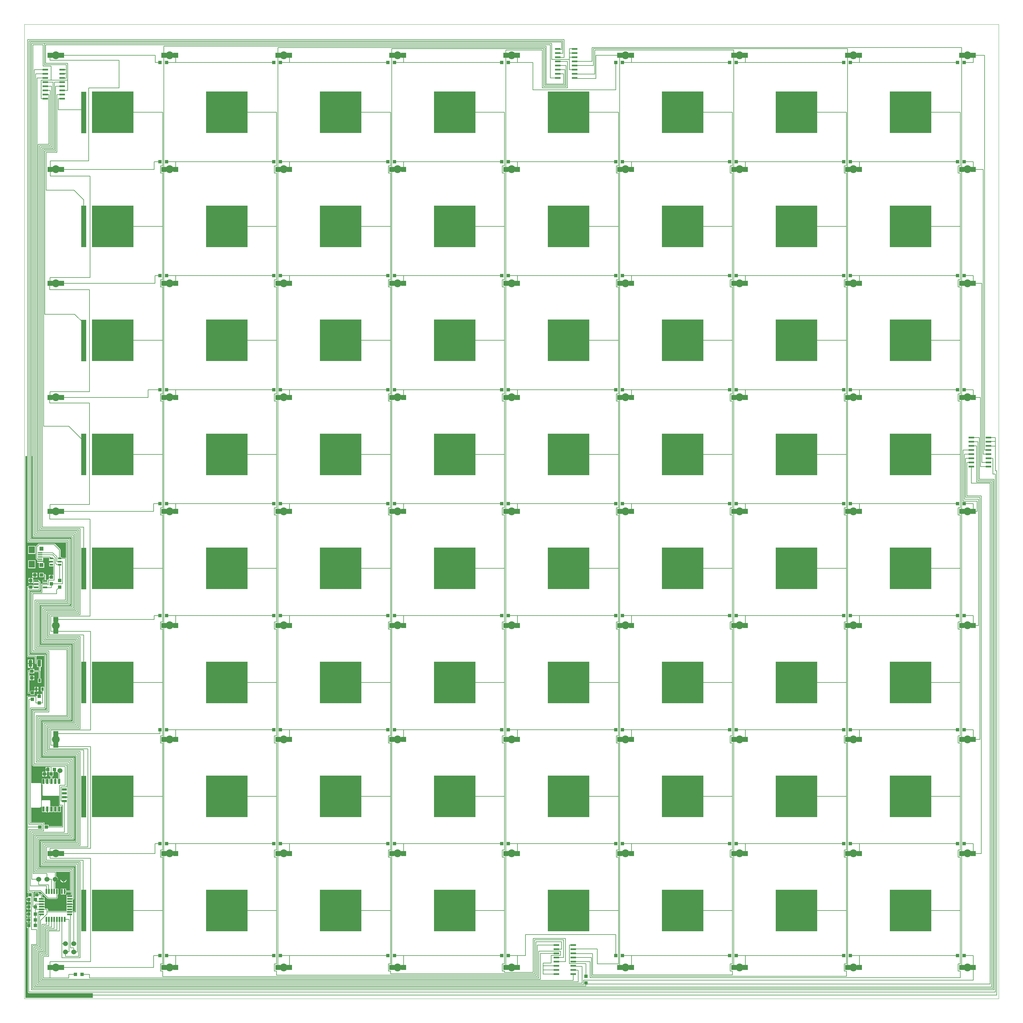
<source format=gbr>
%FSLAX35Y35*%
%MOIN*%
G04 EasyPC Gerber Version 18.0.9 Build 3640 *
%ADD82R,0.02165X0.05906*%
%ADD88R,0.02756X0.05906*%
%ADD90R,0.02800X0.03900*%
%ADD80R,0.04000X0.04000*%
%ADD76R,0.04400X0.08000*%
%ADD78R,0.05906X0.06299*%
%ADD77R,0.06250X0.50000*%
%ADD84R,0.05315X0.01575*%
%ADD79R,0.06700X0.02100*%
%ADD81R,0.05906X0.02165*%
%ADD87R,0.05200X0.02200*%
%ADD92R,0.04331X0.02362*%
%ADD89R,0.05906X0.02756*%
%ADD83R,0.07480X0.08465*%
%ADD86R,0.04000X0.04000*%
%ADD85R,0.05118X0.04724*%
%ADD91R,0.06299X0.05906*%
%ADD75R,0.50000X0.50000*%
%ADD26C,0.00100*%
%ADD93C,0.00800*%
%ADD74C,0.01000*%
%ADD27C,0.06000*%
%ADD28C,0.09400*%
X0Y0D02*
D02*
D26*
X230250Y696051D02*
Y42950D01*
X311450*
Y48500*
X234350*
G75*
G02X233200Y49650J1150*
G01*
Y127200*
X231599*
Y132700*
X236500*
Y133700*
X231300*
Y139799*
X236500*
Y140600*
X231300*
Y146700*
X236500*
Y149401*
X231300*
Y155500*
X236500*
Y158401*
X231398*
Y164500*
X233300*
Y169298*
X233050*
G75*
G02X231900Y170448J1150*
G01*
Y248606*
G75*
G02Y249094I1151J244*
G01*
Y406051*
G75*
G02X233050Y407201I1150*
G01*
X243150*
G75*
G02X244099Y406701J-1150*
G01*
Y409500*
X250000*
Y412551*
X248800*
Y417948*
X252700*
Y455198*
X243708*
G75*
G02X243800Y454748I-1058J-450*
G01*
Y447600*
X244202*
Y451200*
X250099*
Y441700*
X248557*
Y436850*
G75*
G02X248400Y436228I-1307*
G01*
Y428149*
X249398*
Y422752*
X245099*
Y428149*
X246100*
Y435700*
X240898*
Y434100*
X235398*
Y435700*
X235000*
Y411898*
X235898*
Y413500*
X241001*
Y418252*
X245898*
Y412252*
X241398*
Y408000*
X235898*
Y409598*
X233850*
G75*
G02X232700Y410748J1150*
G01*
Y436850*
G75*
G02X233850Y438000I1150*
G01*
X235398*
Y439600*
X240898*
Y438000*
X245943*
Y441700*
X244202*
Y445300*
X242650*
G75*
G02X241500Y446450J1150*
G01*
Y453598*
X233050*
G75*
G02X231900Y454748J1150*
G01*
Y538250*
G75*
G02X233050Y539400I1150*
G01*
X234001*
Y541000*
X239501*
Y539400*
X240001*
Y539500*
X239702*
Y543200*
X233702*
Y549299*
X239800*
Y543799*
X240001*
Y547240*
X246702*
Y546000*
X247150*
G75*
G02X248300Y544850J-1150*
G01*
Y534748*
G75*
G02X247150Y533598I-1150*
G01*
X235800*
Y457498*
X253850*
G75*
G02X255000Y456348J-1150*
G01*
Y392348*
G75*
G02X253850Y391198I-1150*
G01*
X237400*
Y302150*
G75*
G02X237450Y302151I51J-1099*
G01*
X248249*
G75*
G02X249349Y301051J-1100*
G01*
Y273350*
G75*
G02X248249Y272250I-1100*
G01*
X237450*
G75*
G02X237400Y272251I2J1100*
G01*
Y254800*
X252350*
G75*
G02X253500Y253650J-1150*
G01*
Y251600*
X258300*
Y250000*
X274300*
Y273898*
X273123*
Y266633*
X268867*
Y274039*
X271199*
G75*
G02X270600Y275048I551J1009*
G01*
Y286348*
X251749*
G75*
G02X250649Y287448J1100*
G01*
Y300098*
X249969*
Y307504*
X254225*
Y301950*
X254694*
Y307504*
X258950*
Y301950*
X259418*
Y307504*
X260237*
Y310000*
X258702*
Y315200*
X256501*
Y309700*
X250398*
Y315799*
X254398*
Y321299*
X260300*
Y321748*
G75*
G02X260411Y322241I1150J0*
G01*
X239450*
G75*
G02X238143Y323548J1307*
G01*
Y389148*
G75*
G02X239450Y390456I1307*
G01*
X255743*
Y458241*
X237850*
G75*
G02X236543Y459548J1307*
G01*
Y531548*
G75*
G02X237850Y532856I1307*
G01*
X249043*
Y541248*
G75*
G02X250350Y542556I1307*
G01*
X256843*
Y543539*
X250800*
Y547240*
X252700*
Y551700*
X252300*
Y550100*
X246800*
Y555600*
X252300*
Y554000*
X253850*
G75*
G02X255000Y552850J-1150*
G01*
Y547240*
X257108*
G75*
G02X258150Y547757I1042J-790*
G01*
X258501*
Y553200*
X263843*
Y563216*
X258835*
Y566657*
X258536*
Y571120*
X258835*
Y573300*
X251556*
Y571169*
X251859*
Y567720*
X253131*
Y561496*
X246513*
Y567496*
X244442*
Y570669*
G75*
G02X243983Y570967I466J1222*
G01*
X243026Y571924*
G75*
G02X242643Y572848I924J925*
G01*
Y586748*
G75*
G02X243026Y587673I1307J0*
G01*
X245626Y590273*
G75*
G02X246550Y590656I925J-924*
G01*
X265150*
G75*
G02X266074Y590273I0J-1307*
G01*
X272374Y583973*
G75*
G02X272757Y583048I-924J-925*
G01*
Y574559*
X274509*
Y573779*
X278650*
G75*
G02X279100Y573687J-1150*
G01*
Y591700*
X233050*
G75*
G02X231900Y592850J1150*
G01*
Y696051*
X230250*
X233001Y440897D02*
Y451000D01*
X239501*
Y440897*
X233001*
X233520Y560905D02*
Y570870D01*
X242501*
Y560905*
X233520*
Y578031D02*
Y587996D01*
X242501*
Y578031*
X233520*
X235099Y431901D02*
X241202D01*
Y425799*
X235099*
Y431901*
X244599Y555901D02*
Y549799D01*
X238501*
Y555901*
X244599*
X249969Y272851D02*
G75*
G02X249850Y273350I980J499D01*
G01*
Y280350*
G75*
G02X250950Y281450I1100*
G01*
X259351*
G75*
G02X260451Y280350J-1100*
G01*
Y274039*
X263674*
Y266633*
X259418*
Y272252*
G75*
G02X259351Y272250I-66J1098*
G01*
X259249*
Y266332*
X254391*
Y272250*
X254225*
Y266633*
X249969*
Y272851*
X268398Y274039D02*
Y266633D01*
X264143*
Y274039*
X268398*
X230250Y445948D02*
G36*
Y42950D01*
X311450*
Y48500*
X234350*
G75*
G02X233200Y49650J1150*
G01*
Y127200*
X231599*
Y132700*
X236500*
Y133700*
X231300*
Y139799*
X236500*
Y140600*
X231300*
Y146700*
X236500*
Y149401*
X231300*
Y155500*
X236500*
Y158401*
X231398*
Y164500*
X233300*
Y169298*
X233050*
G75*
G02X231900Y170448J1150*
G01*
Y248606*
G75*
G02Y249094I1151J244*
G01*
Y406051*
G75*
G02X233050Y407201I1150*
G01*
X243150*
G75*
G02X244099Y406701J-1150*
G01*
Y409500*
X250000*
Y412551*
X248800*
Y417948*
X252700*
Y455198*
X243708*
G75*
G02X243800Y454748I-1058J-450*
G01*
Y447600*
X244202*
Y451200*
X250099*
Y441700*
X248557*
Y436850*
G75*
G02X248400Y436228I-1307*
G01*
Y428149*
X249398*
Y422752*
X245099*
Y428149*
X246100*
Y428850*
X241202*
Y425799*
X235099*
Y428850*
X235000*
Y411898*
X235898*
Y413500*
X241001*
Y418252*
X245898*
Y412252*
X241398*
Y408000*
X235898*
Y409598*
X233850*
G75*
G02X232700Y410748J1150*
G01*
Y436850*
G75*
G02X233850Y438000I1150*
G01*
X235398*
Y439600*
X240898*
Y438000*
X245943*
Y441700*
X244202*
Y445300*
X242650*
G75*
G02X241615Y445948J1150*
G01*
X239501*
Y440897*
X233001*
Y445948*
X230250*
G37*
X233001D02*
G36*
Y451000D01*
X239501*
Y445948*
X241615*
G75*
G02X241500Y446450I1035J501*
G01*
Y453598*
X233050*
G75*
G02X231900Y454748J1150*
G01*
Y538250*
G75*
G02X233050Y539400I1150*
G01*
X234001*
Y541000*
X239501*
Y539400*
X240001*
Y539500*
X239702*
Y543200*
X233702*
Y549299*
X239800*
Y543799*
X240001*
Y547240*
X246702*
Y546000*
X247150*
G75*
G02X248300Y544850J-1150*
G01*
Y534748*
G75*
G02X247150Y533598I-1150*
G01*
X235800*
Y457498*
X253850*
G75*
G02X255000Y456348J-1150*
G01*
Y392348*
G75*
G02X253850Y391198I-1150*
G01*
X237400*
Y302150*
G75*
G02X237450Y302151I51J-1099*
G01*
X248249*
G75*
G02X249349Y301051J-1100*
G01*
Y273891*
X249850*
Y280350*
G75*
G02X250950Y281450I1100*
G01*
X259351*
G75*
G02X260451Y280350J-1100*
G01*
Y274039*
X263674*
Y273891*
X264143*
Y274039*
X268398*
Y273891*
X268867*
Y274039*
X271199*
G75*
G02X270600Y275048I551J1009*
G01*
Y286348*
X251749*
G75*
G02X250649Y287448J1100*
G01*
Y300098*
X249969*
Y307504*
X254225*
Y301950*
X254694*
Y307504*
X258950*
Y301950*
X259418*
Y307504*
X260237*
Y310000*
X258702*
Y315200*
X256501*
Y309700*
X250398*
Y315799*
X254398*
Y321299*
X260300*
Y321748*
G75*
G02X260411Y322241I1150J0*
G01*
X239450*
G75*
G02X238143Y323548J1307*
G01*
Y389148*
G75*
G02X239450Y390456I1307*
G01*
X255743*
Y458241*
X237850*
G75*
G02X236543Y459548J1307*
G01*
Y531548*
G75*
G02X237850Y532856I1307*
G01*
X249043*
Y541248*
G75*
G02X250350Y542556I1307*
G01*
X256843*
Y543539*
X250800*
Y547240*
X252700*
Y551700*
X252300*
Y550100*
X246800*
Y552850*
X244599*
Y549799*
X238501*
Y552850*
X230250*
Y445948*
X233001*
G37*
X230250Y565887D02*
G36*
Y552850D01*
X238501*
Y555901*
X244599*
Y552850*
X246800*
Y555600*
X252300*
Y554000*
X253850*
G75*
G02X255000Y552850J-1150*
G01*
Y547240*
X257108*
G75*
G02X258150Y547757I1042J-790*
G01*
X258501*
Y553200*
X263843*
Y563216*
X258835*
Y566657*
X258536*
Y571120*
X258835*
Y573300*
X251556*
Y571169*
X251859*
Y567720*
X253131*
Y561496*
X246513*
Y565887*
X242501*
Y560905*
X233520*
Y565887*
X230250*
G37*
X233520D02*
G36*
Y570870D01*
X242501*
Y565887*
X246513*
Y567496*
X244442*
Y570669*
G75*
G02X243983Y570967I466J1222*
G01*
X243026Y571924*
G75*
G02X242643Y572848I924J925*
G01*
Y583013*
X242501*
Y578031*
X233520*
Y583013*
X230250*
Y565887*
X233520*
G37*
Y583013D02*
G36*
Y587996D01*
X242501*
Y583013*
X242643*
Y586748*
G75*
G02X243026Y587673I1307J0*
G01*
X245626Y590273*
G75*
G02X246550Y590656I925J-924*
G01*
X265150*
G75*
G02X266074Y590273I0J-1307*
G01*
X272374Y583973*
G75*
G02X272757Y583048I-924J-925*
G01*
Y574559*
X274509*
Y573779*
X278650*
G75*
G02X279100Y573687J-1150*
G01*
Y591700*
X233050*
G75*
G02X231900Y592850J1150*
G01*
Y696051*
X230250*
Y583013*
X233520*
G37*
X235099Y428850D02*
G36*
Y431901D01*
X241202*
Y428850*
X246100*
Y435700*
X240898*
Y434100*
X235398*
Y435700*
X235000*
Y428850*
X235099*
G37*
X249349Y273891D02*
G36*
Y273350D01*
G75*
G02X248249Y272250I-1100*
G01*
X237450*
G75*
G02X237400Y272251I2J1100*
G01*
Y254800*
X252350*
G75*
G02X253500Y253650J-1150*
G01*
Y251600*
X258300*
Y250000*
X274300*
Y273898*
X273123*
Y266633*
X268867*
Y273891*
X268398*
Y266633*
X264143*
Y273891*
X263674*
Y266633*
X259418*
Y272252*
G75*
G02X259351Y272250I-66J1098*
G01*
X259249*
Y266332*
X254391*
Y272250*
X254225*
Y266633*
X249969*
Y272851*
G75*
G02X249850Y273350I980J499*
G01*
Y273891*
X249349*
G37*
X237400Y696051D02*
Y597200D01*
X283450*
G75*
G02X284600Y596050J-1150*
G01*
Y517650*
G75*
G02X283450Y516500I-1150*
G01*
X247800*
Y468698*
X285050*
G75*
G02X286200Y467548J-1150*
G01*
Y378450*
G75*
G02X285050Y377300I-1150*
G01*
X249400*
Y333198*
X288250*
G75*
G02X289400Y332048J-1150*
G01*
Y234450*
G75*
G02X288250Y233300I-1150*
G01*
X247100*
Y200400*
X287950*
G75*
G02X289100Y199250J-1150*
G01*
Y162153*
G75*
G02X287950Y161003I-1150*
G01*
X287280*
Y157988*
X287583*
Y153720*
X287280*
Y147555*
X288106*
G75*
G02X288594I244J-1151*
G01*
X290000*
Y201300*
X249150*
G75*
G02X248000Y202450J1150*
G01*
Y231250*
G75*
G02X249150Y232400I1150*
G01*
X290300*
Y334098*
X251450*
G75*
G02X250300Y335248J1150*
G01*
Y375250*
G75*
G02X251450Y376400I1150*
G01*
X287100*
Y469598*
X249850*
G75*
G02X248700Y470748J1150*
G01*
Y514450*
G75*
G02X249850Y515600I1150*
G01*
X285500*
Y598100*
X239450*
G75*
G02X238300Y599250J1150*
G01*
Y696051*
X237400*
G36*
Y597200*
X283450*
G75*
G02X284600Y596050J-1150*
G01*
Y517650*
G75*
G02X283450Y516500I-1150*
G01*
X247800*
Y468698*
X285050*
G75*
G02X286200Y467548J-1150*
G01*
Y378450*
G75*
G02X285050Y377300I-1150*
G01*
X249400*
Y333198*
X288250*
G75*
G02X289400Y332048J-1150*
G01*
Y234450*
G75*
G02X288250Y233300I-1150*
G01*
X247100*
Y200400*
X287950*
G75*
G02X289100Y199250J-1150*
G01*
Y162153*
G75*
G02X287950Y161003I-1150*
G01*
X287280*
Y157988*
X287583*
Y153720*
X287280*
Y147555*
X288106*
G75*
G02X288594I244J-1151*
G01*
X290000*
Y201300*
X249150*
G75*
G02X248000Y202450J1150*
G01*
Y231250*
G75*
G02X249150Y232400I1150*
G01*
X290300*
Y334098*
X251450*
G75*
G02X250300Y335248J1150*
G01*
Y375250*
G75*
G02X251450Y376400I1150*
G01*
X287100*
Y469598*
X249850*
G75*
G02X248700Y470748J1150*
G01*
Y514450*
G75*
G02X249850Y515600I1150*
G01*
X285500*
Y598100*
X239450*
G75*
G02X238300Y599250J1150*
G01*
Y696051*
X237400*
G37*
X240409Y170900D02*
G75*
G02X240501Y170448I-1057J-452D01*
G01*
Y164500*
X241300*
Y170000*
X246800*
Y168400*
X249721*
G75*
G02X250871Y167250J-1150*
G01*
Y163986*
X253422*
Y161137*
X253725*
Y156870*
X253422*
Y154838*
X253725*
Y150705*
X256450*
G75*
G02X257600Y149555J-1150*
G01*
Y147713*
X279875*
Y153720*
X279576*
Y157988*
X279875*
Y167135*
X285200*
Y170150*
G75*
G02X284750Y170058I-450J1058*
G01*
X279505*
Y167506*
X272690*
Y174911*
X279505*
Y172358*
X283600*
Y194900*
X267308*
G75*
G02X267400Y194450I-1058J-450*
G01*
Y189219*
G75*
G02X266225Y181900I-1150J-3569*
G01*
Y174911*
X270056*
Y167506*
X269375*
Y163250*
G75*
G02X268225Y162100I-1150*
G01*
X257550*
G75*
G02X256737Y162437I0J1150*
G01*
X248274Y170900*
X240409*
X272200Y185650D02*
G75*
G02X280300I4050D01*
G01*
G75*
G02X272200I-4050*
G01*
X270000D02*
G36*
G75*
G02X266225Y181900I-3750D01*
G01*
Y174911*
X270056*
Y167506*
X269375*
Y163250*
G75*
G02X268225Y162100I-1150*
G01*
X257550*
G75*
G02X256737Y162437I0J1150*
G01*
X248274Y170900*
X240409*
G75*
G02X240501Y170448I-1057J-452*
G01*
Y164500*
X241300*
Y170000*
X246800*
Y168400*
X249721*
G75*
G02X250871Y167250J-1150*
G01*
Y163986*
X253422*
Y161137*
X253725*
Y156870*
X253422*
Y154838*
X253725*
Y150705*
X256450*
G75*
G02X257600Y149555J-1150*
G01*
Y147713*
X279875*
Y153720*
X279576*
Y157988*
X279875*
Y167135*
X285200*
Y170150*
G75*
G02X284750Y170058I-450J1058*
G01*
X279505*
Y167506*
X272690*
Y174911*
X279505*
Y172358*
X283600*
Y185650*
X280300*
G75*
G02X272200I-4050*
G01*
X270000*
G37*
X272200D02*
G36*
G75*
G02X280300I4050D01*
G01*
X283600*
Y194900*
X267308*
G75*
G02X267400Y194450I-1058J-450*
G01*
Y189219*
G75*
G02X270000Y185650I-1150J-3569*
G01*
X272200*
G37*
X262852Y307504D02*
X263674D01*
Y301950*
X263839*
Y307803*
X268698*
Y301950*
X268867*
Y307504*
X269843*
Y313546*
G75*
G02X268491Y315200I2107J3102*
G01*
X264202*
Y310000*
X262852*
Y307504*
G36*
X263674*
Y301950*
X263839*
Y307803*
X268698*
Y301950*
X268867*
Y307504*
X269843*
Y313546*
G75*
G02X268491Y315200I2107J3102*
G01*
X264202*
Y310000*
X262852*
Y307504*
G37*
X1404550Y41850D02*
Y1216850D01*
X229150*
Y41850*
X1404550*
D02*
D27*
X246250Y185650D03*
X256250D03*
X266250D03*
X271950Y316648D03*
X276250Y185650D03*
X278850Y98050D03*
Y108050D03*
X288850Y98050D03*
Y108050D03*
D02*
D28*
X266989Y354377D03*
Y491878D03*
X267013Y79421D03*
Y216921D03*
Y629421D03*
Y766921D03*
Y904421D03*
Y1041921D03*
Y1179421D03*
X404513Y79421D03*
Y216921D03*
Y354421D03*
Y491921D03*
Y629421D03*
Y766921D03*
Y904421D03*
Y1041921D03*
Y1179421D03*
X542013Y79421D03*
Y216921D03*
Y354421D03*
Y491921D03*
Y629421D03*
Y766921D03*
Y904421D03*
Y1041921D03*
Y1179421D03*
X679513Y79421D03*
Y216921D03*
Y354421D03*
Y491921D03*
Y629421D03*
Y766921D03*
Y904421D03*
Y1041921D03*
Y1179421D03*
X817013Y79421D03*
Y216921D03*
Y354421D03*
Y491921D03*
Y629421D03*
Y766921D03*
Y904421D03*
Y1041921D03*
Y1179421D03*
X954513Y79421D03*
Y216921D03*
Y354421D03*
Y491921D03*
Y629421D03*
Y766921D03*
Y904421D03*
Y1041921D03*
Y1179421D03*
X1092013Y79421D03*
Y216921D03*
Y354421D03*
Y491921D03*
Y629421D03*
Y766921D03*
Y904421D03*
Y1041921D03*
Y1179421D03*
X1229513Y79421D03*
Y216921D03*
Y354421D03*
Y491921D03*
Y629421D03*
Y766921D03*
Y904421D03*
Y1041921D03*
Y1179421D03*
X1367013Y79421D03*
Y216921D03*
Y354421D03*
Y491921D03*
Y629421D03*
Y766921D03*
Y904421D03*
Y1041921D03*
Y1179421D03*
D02*
D74*
X232850Y136750D02*
X230851D01*
X232850Y143650D02*
X230851D01*
X232850Y152450D02*
X230851D01*
X232950Y161450D02*
X230950D01*
X234350Y135250D02*
Y133252D01*
Y145150D02*
Y147149D01*
Y150950D02*
Y148948D01*
Y153950D02*
Y155948D01*
X234450Y159950D02*
Y157948D01*
X234550Y445948D02*
X232550D01*
X235250Y546250D02*
X233249D01*
X236250Y442448D02*
Y440448D01*
Y449448D02*
Y451448D01*
X236750Y544750D02*
Y542752D01*
Y547750D02*
Y549752D01*
X237950Y445948D02*
X239950D01*
X238150Y427350D02*
Y425350D01*
Y430350D02*
Y432350D01*
X239650Y428850D02*
X241650D01*
X240050Y552850D02*
X238050D01*
X241251Y541650D02*
X239251D01*
X241550Y551350D02*
Y549350D01*
Y554350D02*
Y556350D01*
X242550Y415250D02*
X240550D01*
X243050Y552850D02*
X245050D01*
X243450Y413800D02*
Y411799D01*
Y416700D02*
Y418700D01*
X244350Y415250D02*
X246351D01*
X245993Y569332D02*
X243993D01*
X247150Y407950D02*
Y409948D01*
X250307Y569332D02*
X252308D01*
X251950Y312750D02*
X249950D01*
X252174Y152704D02*
X254174D01*
X252174Y159004D02*
X254174D01*
X253450Y311250D02*
Y309252D01*
Y314250D02*
Y316252D01*
X254950Y312750D02*
X256950D01*
X255950Y318250D02*
X253950D01*
X256820Y267882D02*
Y265881D01*
X257450Y316750D02*
Y314752D01*
Y319750D02*
Y321752D01*
X260050Y550150D02*
X258050D01*
X260085Y568889D02*
X258083D01*
X261550Y551650D02*
Y553649D01*
X265450Y316750D02*
Y314752D01*
X266269Y306252D02*
Y308252D01*
X273750Y185650D02*
X271750D01*
X276250Y183150D02*
Y181150D01*
Y188150D02*
Y190150D01*
X278750Y185650D02*
X280750D01*
X281126Y155854D02*
X279127D01*
X286032D02*
X288032D01*
D02*
D75*
X335800Y148100D03*
Y285600D03*
Y423100D03*
Y560600D03*
Y698100D03*
Y835600D03*
Y973100D03*
Y1110600D03*
X473300Y148100D03*
Y285600D03*
Y423100D03*
Y560600D03*
Y698100D03*
Y835600D03*
Y973100D03*
Y1110600D03*
X610800Y148100D03*
Y285600D03*
Y423100D03*
Y560600D03*
Y698100D03*
Y835600D03*
Y973100D03*
Y1110600D03*
X748300Y148100D03*
Y285600D03*
Y423100D03*
Y560600D03*
Y698100D03*
Y835600D03*
Y973100D03*
Y1110600D03*
X885800Y148100D03*
Y285600D03*
Y423100D03*
Y560600D03*
Y698100D03*
Y835600D03*
Y973100D03*
Y1110600D03*
X1023300Y148100D03*
Y285600D03*
Y423100D03*
Y560600D03*
Y698100D03*
Y835600D03*
Y973100D03*
Y1110600D03*
X1160800Y148100D03*
Y285600D03*
Y423100D03*
Y560600D03*
Y698100D03*
Y835600D03*
Y973100D03*
Y1110600D03*
X1298300Y148100D03*
Y285600D03*
Y423100D03*
Y560600D03*
Y698100D03*
Y835600D03*
Y973100D03*
Y1110600D03*
D02*
D76*
X236250Y445948D03*
X247150Y446450D03*
D02*
D77*
X300750Y148050D03*
Y285550D03*
Y423050D03*
Y560550D03*
Y698050D03*
Y835550D03*
Y973050D03*
Y1110550D03*
D02*
D78*
X259983Y79360D03*
Y216860D03*
Y629360D03*
Y766860D03*
Y904360D03*
Y1041860D03*
Y1179360D03*
X274156Y79360D03*
Y216860D03*
Y629360D03*
Y766860D03*
Y904360D03*
Y1041860D03*
Y1179360D03*
X397483Y79360D03*
Y216860D03*
Y354360D03*
Y491860D03*
Y629360D03*
Y766860D03*
Y904360D03*
Y1041860D03*
Y1179360D03*
X411656Y79360D03*
Y216860D03*
Y354360D03*
Y491860D03*
Y629360D03*
Y766860D03*
Y904360D03*
Y1041860D03*
Y1179360D03*
X534983Y79360D03*
Y216860D03*
Y354360D03*
Y491860D03*
Y629360D03*
Y766860D03*
Y904360D03*
Y1041860D03*
Y1179360D03*
X549156Y79360D03*
Y216860D03*
Y354360D03*
Y491860D03*
Y629360D03*
Y766860D03*
Y904360D03*
Y1041860D03*
Y1179360D03*
X672483Y79360D03*
Y216860D03*
Y354360D03*
Y491860D03*
Y629360D03*
Y766860D03*
Y904360D03*
Y1041860D03*
Y1179360D03*
X686656Y79360D03*
Y216860D03*
Y354360D03*
Y491860D03*
Y629360D03*
Y766860D03*
Y904360D03*
Y1041860D03*
Y1179360D03*
X809983Y79360D03*
Y216860D03*
Y354360D03*
Y491860D03*
Y629360D03*
Y766860D03*
Y904360D03*
Y1041860D03*
Y1179360D03*
X824156Y79360D03*
Y216860D03*
Y354360D03*
Y491860D03*
Y629360D03*
Y766860D03*
Y904360D03*
Y1041860D03*
Y1179360D03*
X947483Y79360D03*
Y216860D03*
Y354360D03*
Y491860D03*
Y629360D03*
Y766860D03*
Y904360D03*
Y1041860D03*
Y1179360D03*
X961656Y79360D03*
Y216860D03*
Y354360D03*
Y491860D03*
Y629360D03*
Y766860D03*
Y904360D03*
Y1041860D03*
Y1179360D03*
X1084983Y79360D03*
Y216860D03*
Y354360D03*
Y491860D03*
Y629360D03*
Y766860D03*
Y904360D03*
Y1041860D03*
Y1179360D03*
X1099156Y79360D03*
Y216860D03*
Y354360D03*
Y491860D03*
Y629360D03*
Y766860D03*
Y904360D03*
Y1041860D03*
Y1179360D03*
X1222483Y79360D03*
Y216860D03*
Y354360D03*
Y491860D03*
Y629360D03*
Y766860D03*
Y904360D03*
Y1041860D03*
Y1179360D03*
X1236656Y79360D03*
Y216860D03*
Y354360D03*
Y491860D03*
Y629360D03*
Y766860D03*
Y904360D03*
Y1041860D03*
Y1179360D03*
X1359983Y79360D03*
Y216860D03*
Y354360D03*
Y491860D03*
Y629360D03*
Y766860D03*
Y904360D03*
Y1041860D03*
Y1179360D03*
X1374156Y79360D03*
Y216860D03*
Y354360D03*
Y491860D03*
Y629360D03*
Y766860D03*
Y904360D03*
Y1041860D03*
Y1179360D03*
D02*
D79*
X254250Y1127208D03*
Y1132208D03*
Y1137208D03*
Y1142208D03*
Y1147208D03*
Y1152208D03*
Y1157208D03*
Y1162208D03*
X274650Y1127208D03*
Y1132208D03*
Y1137208D03*
Y1142208D03*
Y1147208D03*
Y1152208D03*
Y1157208D03*
Y1162208D03*
X871050Y71379D03*
Y76379D03*
Y81379D03*
Y86379D03*
Y91379D03*
Y96379D03*
Y101379D03*
Y106379D03*
X872650Y1152179D03*
Y1157179D03*
Y1162179D03*
Y1167179D03*
Y1172179D03*
Y1177179D03*
Y1182179D03*
Y1187179D03*
X891450Y71379D03*
Y76379D03*
Y81379D03*
Y86379D03*
Y91379D03*
Y96379D03*
Y101379D03*
Y106379D03*
X893050Y1152179D03*
Y1157179D03*
Y1162179D03*
Y1167179D03*
Y1172179D03*
Y1177179D03*
Y1182179D03*
Y1187179D03*
X1371850Y683379D03*
Y688379D03*
Y693379D03*
Y698379D03*
Y703379D03*
Y708379D03*
Y713379D03*
Y718379D03*
X1392250Y683379D03*
Y688379D03*
Y693379D03*
Y698379D03*
Y703379D03*
Y708379D03*
Y713379D03*
Y718379D03*
D02*
D80*
X234350Y129950D03*
Y136750D03*
Y143650D03*
Y152450D03*
X234450Y161450D03*
X236050Y167250D03*
X241550Y552850D03*
X242350Y129950D03*
Y136750D03*
Y143650D03*
Y152450D03*
X242450Y161450D03*
X244050Y167250D03*
X247550Y248850D03*
X249550Y552850D03*
X253450Y312750D03*
X255550Y248850D03*
X257450Y318250D03*
X261450Y312750D03*
X265450Y318250D03*
X290650Y71050D03*
X298650D03*
X392650Y93660D03*
Y228660D03*
Y366160D03*
Y503660D03*
Y638660D03*
Y776160D03*
Y913660D03*
Y1051160D03*
Y1170660D03*
X400650Y93660D03*
Y228660D03*
Y366160D03*
Y503660D03*
Y638660D03*
Y776160D03*
Y913660D03*
Y1051160D03*
Y1170660D03*
X530150Y93660D03*
Y228660D03*
Y366160D03*
Y503660D03*
Y638660D03*
Y776160D03*
Y913660D03*
Y1051160D03*
Y1170660D03*
X538150Y93660D03*
Y228660D03*
Y366160D03*
Y503660D03*
Y638660D03*
Y776160D03*
Y913660D03*
Y1051160D03*
Y1170660D03*
X667650Y93660D03*
Y228660D03*
Y366160D03*
Y503660D03*
Y638660D03*
Y776160D03*
Y913660D03*
Y1051160D03*
Y1170660D03*
X675650Y93660D03*
Y228660D03*
Y366160D03*
Y503660D03*
Y638660D03*
Y776160D03*
Y913660D03*
Y1051160D03*
Y1170660D03*
X805183Y93660D03*
Y228660D03*
Y366160D03*
Y503660D03*
Y638660D03*
Y776160D03*
Y913660D03*
Y1051160D03*
Y1170660D03*
X813183Y93660D03*
Y228660D03*
Y366160D03*
Y503660D03*
Y638660D03*
Y776160D03*
Y913660D03*
Y1051160D03*
Y1170660D03*
X942650Y93660D03*
Y228660D03*
Y366160D03*
Y503660D03*
Y638660D03*
Y776160D03*
Y913660D03*
Y1051160D03*
Y1170660D03*
X950650Y93660D03*
Y228660D03*
Y366160D03*
Y503660D03*
Y638660D03*
Y776160D03*
Y913660D03*
Y1051160D03*
Y1170660D03*
X1080150Y93660D03*
Y228660D03*
Y366160D03*
Y503660D03*
Y638660D03*
Y776160D03*
Y913660D03*
Y1051160D03*
Y1170660D03*
X1088150Y93660D03*
Y228660D03*
Y366160D03*
Y503660D03*
Y638660D03*
Y776160D03*
Y913660D03*
Y1051160D03*
Y1170660D03*
X1217650Y93660D03*
Y228660D03*
Y366160D03*
Y503660D03*
Y638660D03*
Y776160D03*
Y913660D03*
Y1051160D03*
Y1170660D03*
X1225650Y93660D03*
Y228660D03*
Y366160D03*
Y503660D03*
Y638660D03*
Y776160D03*
Y913660D03*
Y1051160D03*
Y1170660D03*
X1355150Y93660D03*
Y228660D03*
Y366160D03*
Y503660D03*
Y638660D03*
Y776160D03*
Y913660D03*
Y1051160D03*
Y1170660D03*
X1363150Y93660D03*
Y228660D03*
Y366160D03*
Y503660D03*
Y638660D03*
Y776160D03*
Y913660D03*
Y1051160D03*
Y1170660D03*
D02*
D81*
X249721Y143256D03*
Y146405D03*
Y149555D03*
Y152704D03*
Y155854D03*
Y159004D03*
Y162153D03*
X283579Y143256D03*
Y146405D03*
Y149555D03*
Y152704D03*
Y155854D03*
Y159004D03*
Y162153D03*
Y165303D03*
D02*
D82*
X255626Y137350D03*
Y171208D03*
X258776Y137350D03*
Y171208D03*
X261926Y137350D03*
Y171208D03*
X265075Y137350D03*
Y171208D03*
X268225Y137350D03*
Y171208D03*
X271374Y137350D03*
X274524D03*
Y171208D03*
X277674Y137350D03*
Y171208D03*
D02*
D83*
X238012Y565887D03*
Y583013D03*
D02*
D84*
X248150Y569332D03*
Y571891D03*
Y574450D03*
Y577009D03*
Y579568D03*
D02*
D85*
X249823Y564607D03*
Y584293D03*
D02*
D86*
X236750Y538250D03*
Y546250D03*
X238150Y428850D03*
Y436850D03*
X238650Y402748D03*
Y410748D03*
X247150Y398450D03*
Y406450D03*
X261550Y542150D03*
Y550150D03*
X271550Y538150D03*
Y546150D03*
X906850Y60879D03*
Y68879D03*
D02*
D87*
X243351Y537910D03*
Y541650D03*
Y545390D03*
X254149Y537910D03*
Y545390D03*
D02*
D88*
X252096Y270335D03*
Y303800D03*
X256820Y270335D03*
Y303800D03*
X261544Y270335D03*
Y303800D03*
X266269Y270335D03*
Y303800D03*
X270993Y270335D03*
Y303800D03*
D02*
D89*
X277489Y279981D03*
Y284705D03*
Y289430D03*
Y294154D03*
D02*
D90*
X243450Y415250D03*
X247250Y425450D03*
X250950Y415250D03*
D02*
D91*
X267050Y347347D03*
Y361520D03*
Y484848D03*
Y499022D03*
D02*
D92*
X261750Y565148D03*
Y568889D03*
Y572629D03*
X271593Y565148D03*
Y568889D03*
Y572629D03*
D02*
D93*
X231450Y161450D02*
Y322821D01*
Y407548*
Y445948*
X236250*
X231450Y407548D02*
X243450D01*
Y415250*
X231450Y541548D02*
Y541650D01*
X243351*
X231450Y546250D02*
Y541548D01*
X233050Y248850D02*
Y406050D01*
X243150*
Y398450*
X247150*
X234350Y129950D02*
Y49650D01*
X1400750*
Y674450*
X1397550*
Y693379*
X1392250*
X234350Y136750D02*
Y143650D01*
Y152450*
Y155950*
X231450*
Y161450*
X234450D02*
X231450D01*
X236250Y445948D02*
X231450D01*
Y541548*
X236750Y538250D02*
X243351D01*
Y537910*
X236750Y546250D02*
X231450D01*
X238150Y436850D02*
X247250D01*
X238650Y410748D02*
X233850D01*
Y436850*
X238150*
X241550Y552850D02*
X245050D01*
X242350Y136750D02*
Y129950D01*
Y136750D02*
Y143650D01*
Y152450*
X239350*
Y170450*
X233050*
Y248850*
X242350Y152450D02*
Y149555D01*
X249721*
X242450Y161450D02*
Y159004D01*
X249721*
X243450Y415250D02*
Y428850D01*
X238150*
X243450Y415250D02*
X247150D01*
Y406450*
X244150Y263150D02*
X256820D01*
Y270335*
X245050Y552850D02*
Y548348D01*
X248750*
Y533148*
X236250*
Y457948*
X255450*
Y390748*
X237850*
Y312750*
X253450*
X245050Y556850D02*
X231450D01*
Y546250*
X245050Y556850D02*
X251652D01*
X254601Y559799*
X245050Y556850D02*
Y552850D01*
X246250Y185650D02*
Y179250D01*
X258350*
Y171208*
X258776*
X247150Y446450D02*
X242650D01*
Y454748*
X233050*
Y537910*
Y538250*
X236750*
X247250Y425450D02*
Y436850D01*
X247150*
Y446450*
X247550Y248850D02*
X233050D01*
X248150Y569332D02*
X257450D01*
Y569348*
X261750*
Y568889*
X248150Y571891D02*
X244907D01*
X243950Y572848*
Y586748*
X246550Y589348*
X262350*
X265150*
X271450Y583048*
Y572771*
X271593Y572629*
X248150Y574450D02*
X259929D01*
X261750Y572629*
X248150Y577009D02*
X263289D01*
X266750Y573548*
Y566748*
X268250Y565248*
X271493*
X271593Y565148*
X248150Y579568D02*
X263530D01*
X268250Y574848*
Y568889*
X271593*
X249721Y152704D02*
X256450D01*
Y155854*
X249721D02*
X242350D01*
Y152450*
X249721Y162153D02*
Y167250D01*
X244050*
X250950Y415250D02*
X251150D01*
Y398450*
X247150*
X253250Y1193679D02*
X865250D01*
Y1174479*
X886850*
X253250Y1193679D02*
Y1168079D01*
X279650*
Y1162308*
X254149Y537910D02*
Y537448D01*
X261550*
Y542150*
X254149Y545390D02*
X253850D01*
Y552850*
X249550*
X254601Y559799D02*
X257150Y562348D01*
Y565448*
X260590Y568889*
X261750*
X255626Y137350D02*
Y131279D01*
X250450*
X255626Y171208D02*
Y177650D01*
X236350*
Y244050*
X252350*
Y253650*
X236250*
Y392348*
X253850*
Y456348*
X234650*
Y534748*
X247150*
Y544850*
X243351*
Y545390*
X256250Y185650D02*
X261926D01*
Y184050*
Y171208*
X256450Y146479D02*
Y149555D01*
X249721*
X256450Y155854D02*
Y159079D01*
X249721*
Y159004*
X257450Y318250D02*
Y308650D01*
X244150*
X259950Y66821D02*
X259983D01*
Y79360*
Y86479*
X309050*
Y210979*
X259983*
Y216860*
Y222979*
X309050*
Y345679*
X267050*
Y347347*
X259983Y629360D02*
Y637679D01*
X307650*
Y760079*
X259650*
Y766860*
X259983*
Y773679*
X307650*
Y896879*
X259650*
Y904360*
X259983*
Y911279*
X308450*
Y1033679*
X260450*
Y1041860*
X259983*
Y1179360D02*
Y1173379D01*
X343250*
Y1139979*
X306850*
Y1052079*
X260450*
Y1041860*
X259983*
X261250Y1149508D02*
Y1166479D01*
X251650*
Y1192079*
X239450*
Y599250*
X286650*
Y514450*
X249850*
Y470748*
X288250*
Y375250*
X251450*
Y335248*
X291450*
Y231250*
X249150*
Y202450*
X291150*
Y146405*
X288350*
X261250Y1149508D02*
X281250D01*
X261250D02*
X249250D01*
Y1127208*
X254250*
X261450Y312750D02*
Y316248D01*
Y321748*
X277850*
X278450*
Y299250*
X271750*
Y275048*
X275450*
Y248850*
X255550*
X261544Y303800D02*
Y312750D01*
X261450*
X261550Y550150D02*
Y559799D01*
X254601*
X261750Y572629D02*
Y572548D01*
X265150*
Y546450*
X258150*
Y541248*
X250350*
Y531548*
X237850*
Y459548*
X257050*
Y389148*
X239450*
Y323548*
X280250*
Y297248*
X273350*
Y279981*
X277489*
X265075Y171208D02*
Y185650D01*
X266250*
Y194450*
X241150*
Y239250*
X283450*
Y327248*
X243450*
Y383250*
X280250*
Y462748*
X241850*
Y522450*
X278650*
Y572629*
X271593*
X266269Y303800D02*
Y318250D01*
X265450*
X267050Y361520D02*
X392650D01*
Y366160*
X267050Y484848D02*
X261050D01*
Y503250*
X308450*
Y620079*
X259650*
Y629360*
X259983*
X267050Y484848D02*
X309050D01*
Y365650*
X261050*
Y361148*
Y347347*
X267050*
Y499022D02*
X385650D01*
Y503660*
X392650*
X268225Y171208D02*
Y163250D01*
X257550*
X248750Y172050*
X234750*
Y245650*
X250750*
Y252050*
X234650*
Y402748*
X238650*
X270993Y303800D02*
Y316648D01*
X271950*
X271374Y137350D02*
Y123279D01*
X258350*
Y92850*
X251950*
Y66821*
X259950*
X271450Y155854D02*
Y185650D01*
X276250*
X271450Y155854D02*
X256450D01*
X271550Y538150D02*
X268150Y534750D01*
Y529948*
X239450*
Y461148*
X258650*
Y387548*
X241050*
Y325148*
X281850*
Y284705*
X271593Y565148D02*
Y546193D01*
X271550Y546150*
X271593Y568889D02*
X275050D01*
Y542150*
X261550*
X274156Y79360D02*
X385050D01*
Y93660*
X392650*
X274156Y216860D02*
X386750D01*
Y228660*
X392650*
X274156Y629360D02*
X384950D01*
Y638660*
X392650*
X274156Y766860D02*
X378450D01*
Y776160*
X392650*
X274156Y904360D02*
X386650D01*
Y913660*
X392650*
X274156Y1041860D02*
X385650D01*
Y1051160*
X392650*
X274156Y1179360D02*
X387050D01*
Y1170660*
X392650*
X274524Y108050D02*
Y91250D01*
X296350*
Y207250*
X253950*
Y226450*
X296250*
Y340048*
X259550*
X256250*
Y370450*
X293050*
Y475548*
X254650*
Y509650*
X291450*
Y604050*
X244250*
Y1152208*
X254250*
X274524Y137350D02*
Y108050D01*
X274650Y1127208D02*
X269950D01*
Y1113650*
X300750*
Y1110550*
X274650Y1132208D02*
X268450D01*
Y1062450*
X255450*
Y1016850*
X289050*
X300750Y1005150*
Y973050*
X274650Y1142208D02*
X266850D01*
Y1064050*
X253850*
Y867250*
X289850*
X300750Y856350*
Y835550*
X274650Y1147208D02*
X265250D01*
Y1065650*
X252250*
Y732050*
X282650*
X300750Y713950*
Y698050*
X277489Y279981D02*
Y242450D01*
X237950*
Y185650*
X246250*
X277489Y284705D02*
X281850D01*
X277674Y137350D02*
X283050D01*
Y98329*
X278850*
Y98050*
X277674Y171208D02*
X284750D01*
Y196050*
X242750*
Y237650*
X285050*
Y328848*
X245050*
Y381650*
X281850*
Y464348*
X243450*
Y520850*
X280250*
Y592850*
X233050*
Y1198479*
X880450*
Y1176879*
X872650*
Y1177179*
X278850Y98050D02*
Y92850D01*
X294750*
Y205650*
X252350*
Y228050*
X294650*
Y338448*
X254650*
Y372050*
X262750*
X291450*
Y473948*
X253050*
Y511250*
X289850*
Y602450*
X242650*
Y1157208*
X254250*
X278850Y108050D02*
X274524D01*
X279650Y1157508D02*
Y1151908D01*
X274650*
Y1152208*
X279650Y1157508D02*
X274650D01*
Y1157208*
X279650Y1162308D02*
Y1157508D01*
Y1162308D02*
Y1162208D01*
X274650*
X281250Y1149508D02*
Y1137208D01*
X274650*
X281250Y1149508D02*
Y1169679D01*
X254850*
Y1192079*
X281250*
X863650*
Y1152079*
X872650*
Y1152179*
X281850Y284705D02*
Y240850D01*
X239550*
Y192850*
X256250*
Y185650*
X283579Y143256D02*
X284650D01*
Y103129*
X288850*
Y98050*
X283579Y146405D02*
X288350D01*
X283579D02*
X256450D01*
Y146479*
X283579Y155854D02*
X289550D01*
Y200850*
X247550*
Y232850*
X289850*
Y333648*
X249850*
Y376850*
X286650*
Y469148*
X248250*
Y516050*
X285050*
Y597650*
X237850*
Y1193679*
X239750*
X253250*
X283579Y155854D02*
X271450D01*
X283579Y162153D02*
X287950D01*
Y199250*
X245950*
Y234450*
X288250*
Y332048*
X248250*
Y378450*
X285050*
Y467548*
X246650*
Y517650*
X283450*
Y596050*
X236250*
Y1195279*
X877250*
Y1186479*
X872650*
Y1187179*
X283579Y165303D02*
X286350D01*
Y197650*
X244350*
Y236050*
X286650*
Y330448*
X246650*
Y380050*
X283450*
Y465948*
X245050*
Y519250*
X281850*
Y594450*
X234650*
Y1196879*
X878850*
Y1181679*
X872650*
Y1182179*
X288350Y146405D02*
X288850D01*
Y108050*
Y98050D02*
X293150D01*
Y204050*
X250750*
Y226179*
Y229650*
X293050*
Y336848*
X253050*
Y373650*
X261150*
X289850*
Y472348*
X251450*
Y512850*
X288250*
Y600850*
X241050*
Y1162208*
X254250*
X290650Y71050D02*
X282850D01*
Y66821*
X259950*
X300750Y148050D02*
X299950D01*
Y208850*
X255550*
Y224850*
X305850*
Y343248*
X259450*
Y367250*
X296250*
Y478748*
X257850*
Y506450*
X294650*
Y607250*
X247450*
Y1070450*
X260450*
Y1137208*
X254250*
X300750Y285550D02*
Y341648D01*
X257850*
Y368850*
X294650*
Y477148*
X256250*
Y508050*
X293050*
Y605650*
X245850*
Y1072050*
X258850*
Y1132208*
X254250*
X300750Y423050D02*
Y480348D01*
X259450*
Y504850*
X296250*
Y608850*
X249050*
Y1068850*
X262050*
Y1142208*
X254250*
X300750Y560550D02*
Y610450D01*
X250650*
Y1067250*
X263650*
Y1147208*
X254250*
X335800Y285600D02*
X395883D01*
Y285160*
X335800Y423100D02*
X395883D01*
X335800Y560600D02*
X395883D01*
X335800Y698100D02*
X395883D01*
X335800Y835600D02*
X395883D01*
X335800Y973100D02*
X395883D01*
X335800Y1110600D02*
X395883D01*
Y1046160*
X393283*
Y1037560*
X395883*
Y973100*
Y148100D02*
Y83660D01*
X393283*
Y75060*
X395883*
Y68450*
X847950*
Y106379*
X871050*
X395883Y148100D02*
X335800D01*
X395883Y285160D02*
Y221160D01*
X393283*
Y212560*
X395883*
Y148100*
Y423100D02*
Y358660D01*
X393283*
Y350060*
X395883*
Y285160*
Y560600D02*
Y496160D01*
X393283*
Y487560*
X395883*
Y423100*
Y698100D02*
Y633660D01*
X393283*
Y625060*
X395883*
Y560600*
Y835600D02*
Y771160D01*
X393283*
Y762560*
X395883*
Y698100*
Y973100D02*
Y908660D01*
X393283*
Y900060*
X395883*
Y835600*
X397483Y216860D02*
Y79360D01*
Y354360D02*
Y216860D01*
Y491860D02*
Y354360D01*
Y629360D02*
Y491860D01*
Y766860D02*
Y629360D01*
Y904360D02*
Y766860D01*
Y1041860D02*
Y904360D01*
Y1179360D02*
Y1190479D01*
X858850*
Y1144879*
X879650*
Y1157179*
X872650*
X397483Y1179360D02*
Y1041860D01*
X400650Y93660D02*
X411656D01*
X400650Y228660D02*
X411656D01*
X400650Y366160D02*
X411656D01*
X400650Y503660D02*
X411656D01*
X400650Y638660D02*
X411656D01*
X400650Y776160D02*
X411656D01*
X400650Y913660D02*
X411656D01*
X400650Y1051160D02*
X411656D01*
X400650Y1170660D02*
X411656D01*
Y79360D02*
Y93660D01*
X530150*
X411656Y216860D02*
Y228660D01*
X530150*
X411656Y354360D02*
Y366160D01*
X530150*
X411656Y491860D02*
Y503660D01*
X530150*
X411656Y629360D02*
Y638660D01*
X530150*
X411656Y766860D02*
Y776160D01*
X530150*
X411656Y904360D02*
Y913660D01*
X530150*
X411656Y1041860D02*
Y1051160D01*
X530150*
X411656Y1170660D02*
X530150D01*
X411656Y1179360D02*
Y1170660D01*
X473300Y285600D02*
X533383D01*
Y285160*
X473300Y423100D02*
X533383D01*
X473300Y560600D02*
X533383D01*
X473300Y698100D02*
X533383D01*
X473300Y835600D02*
X533383D01*
X473300Y973100D02*
X533383D01*
X473300Y1110600D02*
X533383D01*
Y1046160*
X530783*
Y1037560*
X533383*
Y973100*
Y148100D02*
Y83660D01*
X530783*
Y75060*
X533383*
Y70050*
X846350*
Y110479*
X877250*
Y101379*
X871050*
X533383Y148100D02*
X473300D01*
X533383Y285160D02*
Y221160D01*
X530783*
Y212560*
X533383*
Y148100*
Y423100D02*
Y358660D01*
X530783*
Y350060*
X533383*
Y285160*
Y560600D02*
Y496160D01*
X530783*
Y487560*
X533383*
Y423100*
Y698100D02*
Y633660D01*
X530783*
Y625060*
X533383*
Y560600*
Y835600D02*
Y771160D01*
X530783*
Y762560*
X533383*
Y698100*
Y973100D02*
Y908660D01*
X530783*
Y900060*
X533383*
Y835600*
X534983Y216860D02*
Y79360D01*
Y354360D02*
Y216860D01*
Y491860D02*
Y354360D01*
Y629360D02*
Y491860D01*
Y766860D02*
Y629360D01*
Y904360D02*
Y766860D01*
Y1041860D02*
Y904360D01*
Y1179360D02*
Y1188879D01*
X857250*
Y1143279*
X881250*
Y1162179*
X872650*
X534983Y1179360D02*
Y1041860D01*
X538150Y93660D02*
X549156D01*
X538150Y228660D02*
X549156D01*
X538150Y366160D02*
X549156D01*
X538150Y503660D02*
X549156D01*
X538150Y638660D02*
X549156D01*
X538150Y776160D02*
X549156D01*
X538150Y913660D02*
X549156D01*
X538150Y1051160D02*
X549156D01*
X538150Y1170660D02*
X549156D01*
Y79360D02*
Y93660D01*
X667650*
X549156Y216860D02*
Y228660D01*
X667650*
X549156Y354360D02*
Y366160D01*
X667650*
X549156Y491860D02*
Y503660D01*
X667650*
X549156Y629360D02*
Y638660D01*
X667650*
X549156Y766860D02*
Y776160D01*
X667650*
X549156Y904360D02*
Y913660D01*
X667650*
X549156Y1041860D02*
Y1051160D01*
X667650*
X549156Y1170660D02*
X667650D01*
X549156Y1179360D02*
Y1170660D01*
X610800Y285600D02*
X670883D01*
Y285160*
X610800Y423100D02*
X670883D01*
X610800Y560600D02*
X670883D01*
X610800Y698100D02*
X670883D01*
X610800Y835600D02*
X670883D01*
X610800Y973100D02*
X670883D01*
X610800Y1110600D02*
X670883D01*
Y1046160*
X668283*
Y1037560*
X670883*
Y973100*
Y148100D02*
Y83660D01*
X668283*
Y75060*
X670883*
Y71650*
X844750*
Y112879*
X879650*
Y91379*
X871050*
X670883Y148100D02*
X610800D01*
X670883Y285160D02*
Y221160D01*
X668283*
Y212560*
X670883*
Y148100*
Y423100D02*
Y358660D01*
X668283*
Y350060*
X670883*
Y285160*
Y560600D02*
Y496160D01*
X668283*
Y487560*
X670883*
Y423100*
Y698100D02*
Y633660D01*
X668283*
Y625060*
X670883*
Y560600*
Y835600D02*
Y771160D01*
X668283*
Y762560*
X670883*
Y698100*
Y973100D02*
Y908660D01*
X668283*
Y900060*
X670883*
Y835600*
X672483Y216860D02*
Y79360D01*
Y354360D02*
Y216860D01*
Y491860D02*
Y354360D01*
Y629360D02*
Y491860D01*
Y766860D02*
Y629360D01*
Y904360D02*
Y766860D01*
Y1041860D02*
Y904360D01*
Y1179360D02*
Y1187279D01*
X855650*
Y1141679*
X882850*
Y1167179*
X872650*
X672483Y1179360D02*
Y1041860D01*
X675650Y93660D02*
X686656D01*
X675650Y228660D02*
X686656D01*
X675650Y366160D02*
X686656D01*
X675650Y503660D02*
X686656D01*
X675650Y638660D02*
X686656D01*
X675650Y776160D02*
X687250D01*
X675650Y913660D02*
X686450D01*
X675650Y1051160D02*
X686656D01*
X675650Y1170660D02*
X686656D01*
X686450Y913660D02*
X805183D01*
X686450D02*
X686656D01*
Y904360*
Y79360D02*
Y93660D01*
X805183*
X686656Y216860D02*
Y228660D01*
X805183*
X686656Y354360D02*
Y366160D01*
X805183*
X686656Y491860D02*
Y503660D01*
X805183*
X686656Y629360D02*
Y638660D01*
X805183*
X686656Y1051160D02*
X805183D01*
X686656D02*
Y1041860D01*
Y1170660D02*
X805183D01*
X686656Y1179360D02*
Y1170660D01*
X687250Y776160D02*
X686656D01*
Y766860*
X748300Y285600D02*
X808383D01*
Y285160*
X748300Y423100D02*
X808383D01*
X748300Y560600D02*
X808383D01*
X748300Y698100D02*
X808383D01*
X748300Y835600D02*
X808383D01*
X748300Y973100D02*
X808383D01*
X748300Y1110600D02*
X808383D01*
Y1046160*
X805783*
Y1037560*
X808383*
Y973100*
X805183Y776160D02*
X687250D01*
X808383Y148100D02*
Y83660D01*
X805783*
Y75060*
X808383*
Y73431*
X843150*
Y114479*
X882050*
Y86479*
X871050*
Y86379*
X808383Y148100D02*
X748300D01*
X808383Y285160D02*
Y221160D01*
X805783*
Y212560*
X808383*
Y148100*
Y423100D02*
Y358660D01*
X805783*
Y350060*
X808383*
Y285160*
Y560600D02*
Y496160D01*
X805783*
Y487560*
X808383*
Y423100*
Y698100D02*
Y633660D01*
X805783*
Y625060*
X808383*
Y560600*
Y835600D02*
Y771160D01*
X805783*
Y762560*
X808383*
Y698100*
Y973100D02*
Y908660D01*
X805783*
Y900060*
X808383*
Y835600*
X809983Y216860D02*
Y79360D01*
Y354360D02*
Y216860D01*
Y491860D02*
Y354360D01*
Y629360D02*
Y491860D01*
Y766860D02*
Y629360D01*
Y904360D02*
Y766860D01*
Y1041860D02*
Y904360D01*
Y1179360D02*
Y1185679D01*
X854050*
Y1140079*
X884450*
Y1172179*
X872650*
X809983Y1179360D02*
Y1041860D01*
X813183Y93660D02*
X824156D01*
X813183Y228660D02*
X824156D01*
X813183Y366160D02*
X824156D01*
X813183Y503660D02*
X824156D01*
X813183Y638660D02*
X824156D01*
X813183Y913660D02*
X824156D01*
X813183Y1051160D02*
X824156D01*
X813183Y1170660D02*
X824156D01*
Y79360D02*
Y93660D01*
X833650*
Y119150*
X942650*
Y93660*
X824156Y216860D02*
Y228660D01*
X942650*
X824156Y354360D02*
Y366160D01*
X942650*
X824156Y491860D02*
Y503660D01*
X942650*
X824156Y629360D02*
Y638660D01*
X942650*
X824156Y766860D02*
Y776160D01*
X813183*
X824156Y904360D02*
Y913660D01*
X942650*
X824156Y1041860D02*
Y1051160D01*
X942650*
X824156Y1170660D02*
X842750D01*
Y1137850*
X942650*
Y1170660*
X824156Y1179360D02*
Y1170660D01*
X855150Y76350D02*
Y81350D01*
Y84879*
X864650*
Y93950*
X876050*
Y98950*
X849550*
Y66821*
X307650*
Y71050*
X298650*
X871050Y71379D02*
X855150D01*
Y76350*
X871050Y76379D02*
X863150D01*
Y76350*
X855150*
X871050Y81379D02*
X863150D01*
Y81350*
X855150*
X871050Y96379D02*
X851650D01*
Y65221*
X250350*
Y94450*
X256850*
Y124879*
X268225*
Y137350*
X885800Y285600D02*
X945883D01*
Y285160*
X885800Y423100D02*
X945883D01*
X885800Y560600D02*
X945883D01*
X885800Y698100D02*
X945883D01*
X885800Y835600D02*
X945883D01*
X885800Y973100D02*
X945883D01*
X885800Y1110600D02*
X945883D01*
Y1046160*
X943283*
Y1037560*
X945883*
Y973100*
X886850Y1174479D02*
Y1162179D01*
X893050*
X886850Y1174479D02*
Y1177179D01*
Y1182179*
Y1187279*
X893050*
Y1187179*
X891450Y71379D02*
Y63650D01*
X259850*
X248750*
Y96050*
X255150*
Y126479*
X265075*
Y137350*
X891450Y76379D02*
Y76079D01*
X897250*
Y62050*
X247150*
Y97650*
X253650*
Y128079*
X261926*
Y137350*
X891450Y81379D02*
Y80879D01*
X902050*
Y60450*
X245550*
Y99250*
X251950*
Y129679*
X258776*
Y137350*
X893050Y1177179D02*
X886850D01*
X893050Y1182179D02*
X886850D01*
X906850Y60879D02*
Y57250D01*
X253450*
X242350*
Y72050*
Y102450*
X248750*
Y136879*
X249450*
X256450Y143879*
Y146479*
X906850Y68879D02*
Y84079D01*
X886850*
Y106379*
X891450*
X942650Y776160D02*
X824156D01*
X945883Y148100D02*
X885800D01*
X945883D02*
Y83660D01*
X920450*
Y101679*
X891450*
Y101379*
X945883Y285160D02*
Y221160D01*
X943283*
Y212560*
X945883*
Y148100*
Y423100D02*
Y358660D01*
X943283*
Y350060*
X945883*
Y285160*
Y560600D02*
Y496160D01*
X943283*
Y487560*
X945883*
Y423100*
Y698100D02*
Y633660D01*
X943283*
Y625060*
X945883*
Y560600*
Y835600D02*
Y771160D01*
X943283*
Y762560*
X945883*
Y698100*
Y973100D02*
Y908660D01*
X943283*
Y900060*
X945883*
Y835600*
X947483Y216860D02*
Y79360D01*
Y354360D02*
Y216860D01*
Y491860D02*
Y354360D01*
Y629360D02*
Y491860D01*
Y766860D02*
Y629360D01*
Y904360D02*
Y766860D01*
Y1041860D02*
Y904360D01*
Y1179360D02*
X918850D01*
Y1151279*
X893050*
Y1152179*
X947483Y1179360D02*
Y1041860D01*
X950650Y93660D02*
X961656D01*
X950650Y228660D02*
X961656D01*
X950650Y366160D02*
X961656D01*
X950650Y503660D02*
X961656D01*
X950650Y638660D02*
X961656D01*
X950650Y913660D02*
X961656D01*
X950650Y1051160D02*
X961656D01*
X950650Y1170660D02*
X961656D01*
Y79360D02*
Y93660D01*
X1080150*
X961656Y216860D02*
Y228660D01*
X1080150*
X961656Y354360D02*
Y366160D01*
X1080150*
X961656Y491860D02*
Y503660D01*
X1080150*
X961656Y629360D02*
Y638660D01*
X1080150*
X961656Y766860D02*
Y776160D01*
X950650*
X961656Y904360D02*
Y913660D01*
X1080150*
X961656Y1041860D02*
Y1051160D01*
X1080150*
X961656Y1170660D02*
X1080150D01*
X961656Y1179360D02*
Y1170660D01*
X1023300Y285600D02*
X1083383D01*
Y285160*
X1023300Y423100D02*
X1083383D01*
X1023300Y560600D02*
X1083383D01*
X1023300Y698100D02*
X1083383D01*
X1023300Y835600D02*
X1083383D01*
X1023300Y973100D02*
X1083383D01*
X1023300Y1110600D02*
X1083383D01*
Y1046160*
X1080783*
Y1037560*
X1083383*
Y973100*
X1080150Y776160D02*
X961656D01*
X1083383Y148100D02*
X1023300D01*
X1083383D02*
Y83660D01*
X1080783*
Y75060*
X1083383*
Y70479*
X914850*
Y96079*
X891450*
Y96379*
X1083383Y285160D02*
Y221160D01*
X1080783*
Y212560*
X1083383*
Y148100*
Y423100D02*
Y358660D01*
X1080783*
Y350060*
X1083383*
Y285160*
Y560600D02*
Y496160D01*
X1080783*
Y487560*
X1083383*
Y423100*
Y698100D02*
Y633660D01*
X1080783*
Y625060*
X1083383*
Y560600*
Y835600D02*
Y771160D01*
X1080783*
Y762560*
X1083383*
Y698100*
Y973100D02*
Y908660D01*
X1080783*
Y900060*
X1083383*
Y835600*
X1084983Y216860D02*
Y79360D01*
Y354360D02*
Y216860D01*
Y491860D02*
Y354360D01*
Y629360D02*
Y491860D01*
Y766860D02*
Y629360D01*
Y904360D02*
Y766860D01*
Y1041860D02*
Y904360D01*
Y1179360D02*
Y1185679D01*
X917250*
Y1156879*
X893050*
Y1157179*
X1084983Y1179360D02*
Y1041860D01*
X1088150Y93660D02*
X1099156D01*
X1088150Y228660D02*
X1099156D01*
X1088150Y366160D02*
X1099156D01*
X1088150Y503660D02*
X1099156D01*
X1088150Y638660D02*
X1099156D01*
X1088150Y913660D02*
X1099156D01*
X1088150Y1051160D02*
X1099156D01*
X1088150Y1170660D02*
X1099156D01*
Y79360D02*
Y93660D01*
X1217650*
X1099156Y216860D02*
Y228660D01*
X1217650*
X1099156Y354360D02*
Y366160D01*
X1217650*
X1099156Y491860D02*
Y503660D01*
X1217650*
X1099156Y629360D02*
Y638660D01*
X1217650*
X1099156Y766860D02*
Y776160D01*
X1088150*
X1099156Y904360D02*
Y913660D01*
X1217650*
X1099156Y1041860D02*
Y1051160D01*
X1217650*
X1099156Y1170660D02*
X1217650D01*
X1099156Y1179360D02*
Y1170660D01*
X1160800Y285600D02*
X1220883D01*
Y285160*
X1160800Y423100D02*
X1220883D01*
X1160800Y560600D02*
X1220883D01*
X1160800Y698100D02*
X1220883D01*
X1160800Y835600D02*
X1220883D01*
X1160800Y973100D02*
X1220883D01*
X1160800Y1110600D02*
X1220883D01*
Y1046160*
X1218283*
Y1037560*
X1220883*
Y973100*
X1217650Y776160D02*
X1099156D01*
X1220883Y148100D02*
X1160800D01*
X1220883D02*
Y83660D01*
X1218283*
Y75060*
X1220883*
Y68698*
X913250*
Y91450*
X891450*
Y91379*
X1220883Y285160D02*
Y221160D01*
X1218283*
Y212560*
X1220883*
Y148100*
Y423100D02*
Y358660D01*
X1218283*
Y350060*
X1220883*
Y285160*
Y560600D02*
Y496160D01*
X1218283*
Y487560*
X1220883*
Y423100*
Y698100D02*
Y633660D01*
X1218283*
Y625060*
X1220883*
Y560600*
Y835600D02*
Y771160D01*
X1218283*
Y762560*
X1220883*
Y698100*
Y973100D02*
Y908660D01*
X1218283*
Y900060*
X1220883*
Y835600*
X1222483Y216860D02*
Y79360D01*
Y354360D02*
Y216860D01*
Y491860D02*
Y354360D01*
Y629360D02*
Y491860D01*
Y766860D02*
Y629360D01*
Y904360D02*
Y766860D01*
Y1041860D02*
Y904360D01*
Y1179360D02*
Y1187279D01*
X915650*
Y1167179*
X893050*
X1222483Y1179360D02*
Y1041860D01*
X1225650Y93660D02*
X1236656D01*
X1225650Y228660D02*
X1236656D01*
X1225650Y366160D02*
X1236656D01*
X1225650Y503660D02*
X1236656D01*
X1225650Y638660D02*
X1236656D01*
X1225650Y913660D02*
X1236656D01*
X1225650Y1051160D02*
X1236656D01*
X1225650Y1170660D02*
X1236656D01*
Y79360D02*
Y93660D01*
X1355150*
X1236656Y216860D02*
Y228660D01*
X1355150*
X1236656Y354360D02*
Y366160D01*
X1355150*
X1236656Y491860D02*
Y503660D01*
X1355150*
X1236656Y629360D02*
Y638660D01*
X1355150*
X1236656Y766860D02*
Y776160D01*
X1225650*
X1236656Y904360D02*
Y913660D01*
X1355150*
X1236656Y1041860D02*
Y1051160D01*
X1355150*
X1236656Y1170660D02*
X1355150D01*
X1236656Y1179360D02*
Y1170660D01*
X1298300Y285600D02*
X1358383D01*
Y285160*
X1298300Y423100D02*
X1358383D01*
X1298300Y560600D02*
X1358383D01*
X1298300Y698100D02*
X1358383D01*
X1298300Y835600D02*
X1358383D01*
X1298300Y973100D02*
X1358383D01*
X1298300Y1110600D02*
X1358383D01*
Y1046160*
X1355783*
Y1037560*
X1358383*
Y973100*
X1355150Y776160D02*
X1236656D01*
X1358383Y148100D02*
X1298300D01*
X1358383D02*
Y83660D01*
X1355783*
Y75060*
X1358383*
Y67098*
X911650*
Y86479*
X891450*
Y86379*
X1358383Y285160D02*
Y221160D01*
X1355783*
Y212560*
X1358383*
Y148100*
Y423100D02*
Y358660D01*
X1355783*
Y350060*
X1358383*
Y285160*
Y560600D02*
Y496160D01*
X1355783*
Y487560*
X1358383*
Y423100*
Y698100D02*
Y633660D01*
X1355783*
Y625060*
X1358383*
Y560600*
Y835600D02*
Y771160D01*
X1355783*
Y762560*
X1358383*
Y698100*
Y973100D02*
Y908660D01*
X1355783*
Y900060*
X1358383*
Y835600*
X1359983Y216860D02*
Y79360D01*
Y354360D02*
Y216860D01*
Y491860D02*
Y354360D01*
Y629360D02*
Y491860D01*
Y766860D02*
Y629360D01*
Y904360D02*
Y766860D01*
Y1041860D02*
Y904360D01*
Y1179360D02*
Y1188879D01*
X914050*
Y1172079*
X893050*
Y1172179*
X1359983Y1179360D02*
Y1041860D01*
X1363150Y93660D02*
X1374156D01*
Y79360*
X1363150Y228660D02*
X1374156D01*
Y216860*
X1363150Y366160D02*
X1374156D01*
Y354360*
X1363150Y503660D02*
X1374156D01*
Y491860*
X1363150Y638660D02*
X1374156D01*
Y629360*
X1363150Y776160D02*
X1374156D01*
Y766860*
X1363150Y913660D02*
X1374156D01*
Y904360*
X1363150Y1051160D02*
X1374156D01*
Y1041860*
X1363150Y1170660D02*
X1374156D01*
Y1179360*
X1371850Y683379D02*
X1371650D01*
Y663279*
X1394350*
Y59279*
X906850*
Y60879*
X1371850Y708379D02*
X1378050D01*
Y664879*
X1395950*
Y55650*
X251850*
X240750*
Y104050*
X247250*
Y140785*
X249721Y143256*
X1371850Y713379D02*
X1379650D01*
Y666479*
X1397550*
Y54050*
X239150*
Y105650*
X245550*
Y146405*
X249721*
X1371850Y718379D02*
X1381250D01*
Y668079*
X1399150*
Y52450*
X248650*
X237550*
Y70450*
Y107250*
X243950*
Y125050*
X237650*
Y134650*
Y167250*
X236050*
X1374156Y79360D02*
Y64079D01*
X903650*
Y58850*
X255050*
X243950*
Y100850*
X250450*
Y131279*
X1374156Y216860D02*
X1383650D01*
Y648079*
X1366450*
Y688379*
X1371850*
X1374156Y354360D02*
X1382050D01*
Y646479*
X1364850*
Y693379*
X1371850*
X1374156Y491860D02*
X1380450D01*
Y644079*
X1363250*
Y698379*
X1371850*
X1374156Y629360D02*
X1378850D01*
Y641679*
X1361650*
Y703379*
X1371850*
X1374156Y766860D02*
X1382850D01*
Y683379*
X1392250*
X1374156Y904360D02*
X1384450D01*
Y688379*
X1392250*
X1374156Y1041860D02*
X1386050D01*
Y698479*
X1392250*
Y698379*
X1374156Y1179360D02*
X1387650D01*
Y703279*
X1392250*
Y703379*
X1400750Y707279D02*
Y713679D01*
Y707279D02*
Y708079D01*
X1392250*
Y708379*
X1400750Y707279D02*
Y678450D01*
X1402250*
Y46050*
X231050*
Y136750*
X234350*
X1400750Y713679D02*
Y718479D01*
X1392250*
Y718379*
X1400750Y713679D02*
X1392250D01*
Y713379*
X0Y0D02*
M02*

</source>
